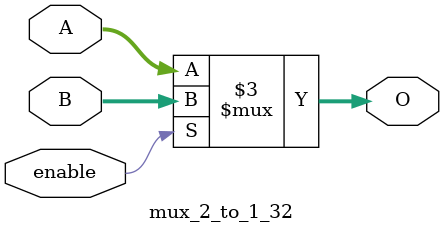
<source format=v>
module mux_2_to_1_32(
    input [31:0] A,B,
    input enable,
    output reg[31:0] O
);
    always @* begin
        if (enable) O <= B;
        else O <= A;
    end
endmodule
</source>
